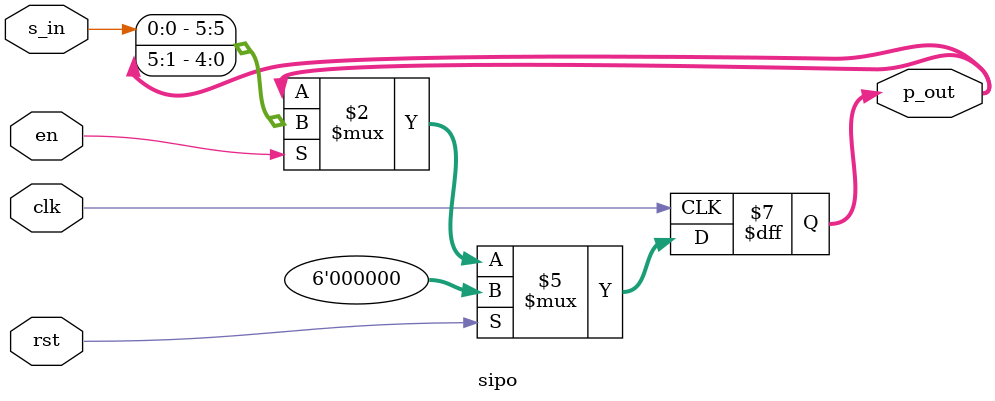
<source format=v>

module sipo #(parameter WIDTH=6)
   (
    input wire clk,
    input wire rst,
    input wire en,
    input wire s_in,
    output reg [WIDTH-1:0] p_out
   );

    always @(posedge clk)
        if (rst)
            p_out <= 0;
        else if(en)
            p_out <= {s_in, p_out[WIDTH-1:1]};
endmodule
</source>
